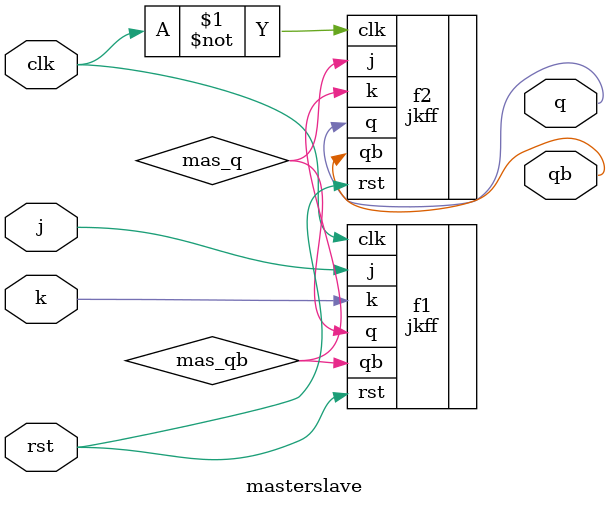
<source format=v>
module masterslave(j,k,clk,rst,q,qb);
input j;
input k;
input clk,rst;
output q,qb;
wire mas_q,mas_qb;
jkff f1(.j(j),.k(k),.clk(clk),.rst(rst),.q(mas_q),.qb(mas_qb));
jkff f2(.j(mas_q),.k(mas_qb),.clk(~clk),.rst(rst),.q(q),.qb(qb));
endmodule

</source>
